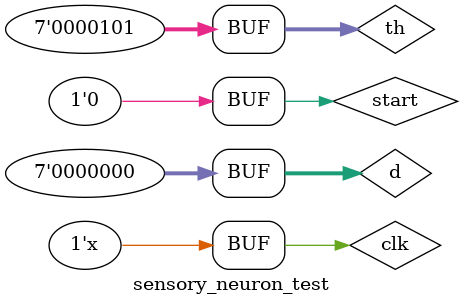
<source format=v>
`timescale 1ns / 1ps


module sensory_neuron_test;

	// Inputs
	reg clk;
	reg [6:0] d;
	reg [6:0] th;
	reg start;

	// Outputs
	wire y;

	// Instantiate the Unit Under Test (UUT)
	sensory_neuron uut (
		.clk(clk), 
		.d(d), 
		.th(th), 
		.start(start), 
		.y(y)
	);

	initial begin
		// Initialize Inputs
		clk = 0;
		d = 0;
		th = 0;
		start = 0;

		// Wait 100 ns for global reset to finish
		#100;
        
		// Add stimulus here
		start = 1;
		th = 5;
		
		#200
		d = 100;
		#200
		d = 7;
		#200
		d = 5;
		#200
		d = 16;
		start = 0;
		#500
		d = 0;
	end
   
	always
		#1 clk = !clk;
endmodule


</source>
